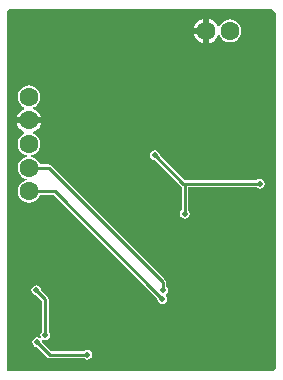
<source format=gbl>
G04 Layer_Physical_Order=2*
G04 Layer_Color=16711680*
%FSAX25Y25*%
%MOIN*%
G70*
G01*
G75*
%ADD25C,0.01000*%
%ADD26C,0.15000*%
%ADD27C,0.06300*%
%ADD28C,0.02000*%
G36*
X0419878Y0376535D02*
Y0257965D01*
X0419035Y0257121D01*
X0330465D01*
X0330121Y0257465D01*
Y0377035D01*
X0330965Y0377878D01*
X0418535D01*
X0419878Y0376535D01*
D02*
G37*
%LPC*%
G36*
X0379500Y0330631D02*
X0378876Y0330507D01*
X0378346Y0330153D01*
X0377993Y0329624D01*
X0377869Y0329000D01*
X0377993Y0328376D01*
X0378346Y0327847D01*
X0378876Y0327493D01*
X0379500Y0327369D01*
X0379538Y0327376D01*
X0388207Y0318707D01*
X0388207Y0318707D01*
X0388379Y0318592D01*
Y0310675D01*
X0388347Y0310653D01*
X0387993Y0310124D01*
X0387869Y0309500D01*
X0387993Y0308876D01*
X0388347Y0308347D01*
X0388876Y0307993D01*
X0389500Y0307869D01*
X0390124Y0307993D01*
X0390653Y0308347D01*
X0391007Y0308876D01*
X0391131Y0309500D01*
X0391007Y0310124D01*
X0390653Y0310653D01*
X0390621Y0310675D01*
Y0318378D01*
X0413325D01*
X0413346Y0318347D01*
X0413876Y0317993D01*
X0414500Y0317869D01*
X0415124Y0317993D01*
X0415654Y0318347D01*
X0416007Y0318876D01*
X0416131Y0319500D01*
X0416007Y0320124D01*
X0415654Y0320654D01*
X0415124Y0321007D01*
X0414500Y0321131D01*
X0413876Y0321007D01*
X0413346Y0320654D01*
X0413325Y0320621D01*
X0389465D01*
X0381124Y0328962D01*
X0381131Y0329000D01*
X0381007Y0329624D01*
X0380654Y0330153D01*
X0380124Y0330507D01*
X0379500Y0330631D01*
D02*
G37*
G36*
X0341554Y0339626D02*
X0337500D01*
X0333446D01*
X0333457Y0339543D01*
X0333875Y0338533D01*
X0334540Y0337666D01*
X0335407Y0337001D01*
X0336030Y0336743D01*
Y0336202D01*
X0335609Y0336028D01*
X0334825Y0335426D01*
X0334224Y0334643D01*
X0333846Y0333731D01*
X0333718Y0332752D01*
X0333846Y0331773D01*
X0334224Y0330861D01*
X0334825Y0330078D01*
X0335609Y0329476D01*
X0336521Y0329099D01*
X0336858Y0329054D01*
Y0328550D01*
X0336521Y0328505D01*
X0335609Y0328128D01*
X0334825Y0327526D01*
X0334224Y0326743D01*
X0333846Y0325831D01*
X0333718Y0324852D01*
X0333846Y0323873D01*
X0334224Y0322961D01*
X0334825Y0322178D01*
X0335609Y0321576D01*
X0336521Y0321199D01*
X0336858Y0321154D01*
Y0320650D01*
X0336521Y0320605D01*
X0335609Y0320228D01*
X0334825Y0319626D01*
X0334224Y0318843D01*
X0333846Y0317931D01*
X0333718Y0316952D01*
X0333846Y0315973D01*
X0334224Y0315061D01*
X0334825Y0314278D01*
X0335609Y0313676D01*
X0336521Y0313299D01*
X0337500Y0313170D01*
X0338479Y0313299D01*
X0339391Y0313676D01*
X0340175Y0314278D01*
X0340776Y0315061D01*
X0341094Y0315830D01*
X0345816D01*
X0380415Y0281231D01*
X0380369Y0281000D01*
X0380493Y0280376D01*
X0380847Y0279847D01*
X0381376Y0279493D01*
X0382000Y0279369D01*
X0382624Y0279493D01*
X0383154Y0279847D01*
X0383507Y0280376D01*
X0383631Y0281000D01*
X0383507Y0281624D01*
X0383154Y0282154D01*
X0383186Y0282733D01*
X0383355Y0282846D01*
X0383709Y0283376D01*
X0383833Y0284000D01*
X0383709Y0284624D01*
X0383355Y0285154D01*
X0383324Y0285175D01*
Y0286798D01*
X0383324Y0286798D01*
X0383238Y0287227D01*
X0382995Y0287591D01*
X0382995Y0287591D01*
X0344941Y0325645D01*
X0344577Y0325888D01*
X0344148Y0325974D01*
X0344148Y0325974D01*
X0341094D01*
X0340776Y0326743D01*
X0340175Y0327526D01*
X0339391Y0328128D01*
X0338479Y0328505D01*
X0338142Y0328550D01*
Y0329054D01*
X0338479Y0329099D01*
X0339391Y0329476D01*
X0340175Y0330078D01*
X0340776Y0330861D01*
X0341154Y0331773D01*
X0341282Y0332752D01*
X0341154Y0333731D01*
X0340776Y0334643D01*
X0340175Y0335426D01*
X0339391Y0336028D01*
X0338970Y0336202D01*
Y0336743D01*
X0339593Y0337001D01*
X0340460Y0337666D01*
X0341125Y0338533D01*
X0341543Y0339543D01*
X0341554Y0339626D01*
D02*
G37*
G36*
X0340000Y0285631D02*
X0339376Y0285507D01*
X0338846Y0285154D01*
X0338493Y0284624D01*
X0338369Y0284000D01*
X0338493Y0283376D01*
X0338846Y0282846D01*
X0339376Y0282493D01*
X0340000Y0282369D01*
X0340038Y0282376D01*
X0341879Y0280535D01*
Y0270175D01*
X0341846Y0270153D01*
X0341493Y0269624D01*
X0341369Y0269000D01*
X0341493Y0268376D01*
X0341517Y0268339D01*
X0341157Y0267978D01*
X0340899Y0268151D01*
X0340275Y0268275D01*
X0339651Y0268151D01*
X0339121Y0267797D01*
X0338768Y0267268D01*
X0338644Y0266643D01*
X0338768Y0266019D01*
X0339121Y0265490D01*
X0339651Y0265136D01*
X0340275Y0265012D01*
X0340313Y0265019D01*
X0343625Y0261707D01*
X0343625Y0261707D01*
X0343989Y0261464D01*
X0344418Y0261378D01*
X0344418Y0261379D01*
X0355825D01*
X0355847Y0261347D01*
X0356376Y0260993D01*
X0357000Y0260869D01*
X0357624Y0260993D01*
X0358154Y0261347D01*
X0358507Y0261876D01*
X0358631Y0262500D01*
X0358507Y0263124D01*
X0358154Y0263653D01*
X0357624Y0264007D01*
X0357000Y0264131D01*
X0356376Y0264007D01*
X0355847Y0263653D01*
X0355825Y0263621D01*
X0344883D01*
X0341899Y0266606D01*
X0341906Y0266643D01*
X0341782Y0267268D01*
X0341757Y0267305D01*
X0342118Y0267665D01*
X0342376Y0267493D01*
X0343000Y0267369D01*
X0343624Y0267493D01*
X0344153Y0267846D01*
X0344507Y0268376D01*
X0344631Y0269000D01*
X0344507Y0269624D01*
X0344153Y0270153D01*
X0344122Y0270175D01*
Y0281000D01*
X0344122Y0281000D01*
X0344036Y0281429D01*
X0343793Y0281793D01*
X0341624Y0283962D01*
X0341631Y0284000D01*
X0341507Y0284624D01*
X0341154Y0285154D01*
X0340624Y0285507D01*
X0340000Y0285631D01*
D02*
G37*
G36*
X0397626Y0374554D02*
Y0370500D01*
Y0366446D01*
X0397709Y0366457D01*
X0398719Y0366875D01*
X0399586Y0367540D01*
X0400251Y0368407D01*
X0400509Y0369030D01*
X0401050D01*
X0401224Y0368609D01*
X0401826Y0367826D01*
X0402609Y0367224D01*
X0403521Y0366846D01*
X0404500Y0366718D01*
X0405479Y0366846D01*
X0406391Y0367224D01*
X0407174Y0367826D01*
X0407776Y0368609D01*
X0408153Y0369521D01*
X0408282Y0370500D01*
X0408153Y0371479D01*
X0407776Y0372391D01*
X0407174Y0373175D01*
X0406391Y0373776D01*
X0405479Y0374153D01*
X0404500Y0374282D01*
X0403521Y0374153D01*
X0402609Y0373776D01*
X0401826Y0373175D01*
X0401224Y0372391D01*
X0401050Y0371970D01*
X0400509D01*
X0400251Y0372593D01*
X0399586Y0373460D01*
X0398719Y0374125D01*
X0397709Y0374543D01*
X0397626Y0374554D01*
D02*
G37*
G36*
X0395626D02*
X0395543Y0374543D01*
X0394533Y0374125D01*
X0393666Y0373460D01*
X0393001Y0372593D01*
X0392583Y0371583D01*
X0392572Y0371500D01*
X0395626D01*
Y0374554D01*
D02*
G37*
G36*
X0337500Y0352282D02*
X0336521Y0352153D01*
X0335609Y0351776D01*
X0334825Y0351174D01*
X0334224Y0350391D01*
X0333846Y0349479D01*
X0333718Y0348500D01*
X0333846Y0347521D01*
X0334224Y0346609D01*
X0334825Y0345826D01*
X0335609Y0345224D01*
X0336030Y0345050D01*
Y0344509D01*
X0335407Y0344251D01*
X0334540Y0343586D01*
X0333875Y0342719D01*
X0333457Y0341709D01*
X0333446Y0341626D01*
X0337500D01*
X0341554D01*
X0341543Y0341709D01*
X0341125Y0342719D01*
X0340460Y0343586D01*
X0339593Y0344251D01*
X0338970Y0344509D01*
Y0345050D01*
X0339391Y0345224D01*
X0340175Y0345826D01*
X0340776Y0346609D01*
X0341154Y0347521D01*
X0341282Y0348500D01*
X0341154Y0349479D01*
X0340776Y0350391D01*
X0340175Y0351174D01*
X0339391Y0351776D01*
X0338479Y0352153D01*
X0337500Y0352282D01*
D02*
G37*
G36*
X0395626Y0369500D02*
X0392572D01*
X0392583Y0369417D01*
X0393001Y0368407D01*
X0393666Y0367540D01*
X0394533Y0366875D01*
X0395543Y0366457D01*
X0395626Y0366446D01*
Y0369500D01*
D02*
G37*
%LPD*%
D25*
X0344148Y0324852D02*
X0382202Y0286798D01*
X0337500Y0316952D02*
X0346280D01*
X0337500Y0324852D02*
X0344148D01*
X0379500Y0329000D02*
X0389000Y0319500D01*
X0414500D01*
X0389500Y0309500D02*
Y0319000D01*
X0382000Y0281000D02*
Y0281500D01*
X0381600Y0281900D02*
X0382000Y0281500D01*
X0382202Y0284000D02*
Y0286798D01*
X0381332Y0281900D02*
X0381600D01*
X0346280Y0316952D02*
X0381332Y0281900D01*
X0344418Y0262500D02*
X0357000D01*
X0340275Y0266643D02*
X0344418Y0262500D01*
X0343000Y0269000D02*
Y0281000D01*
X0340000Y0284000D02*
X0343000Y0281000D01*
D26*
X0338000Y0370000D02*
D03*
X0411000Y0266000D02*
D03*
D27*
X0337500Y0348500D02*
D03*
Y0340626D02*
D03*
Y0332752D02*
D03*
Y0324852D02*
D03*
Y0316952D02*
D03*
X0404500Y0370500D02*
D03*
X0396626D02*
D03*
D28*
X0353000Y0364000D02*
D03*
X0357000D02*
D03*
X0361000D02*
D03*
X0365000D02*
D03*
X0369000D02*
D03*
X0373000D02*
D03*
X0377000D02*
D03*
Y0360000D02*
D03*
X0373000D02*
D03*
X0369000D02*
D03*
X0365000D02*
D03*
X0361000D02*
D03*
X0357000D02*
D03*
X0353000D02*
D03*
X0374000Y0262000D02*
D03*
X0378000D02*
D03*
X0382000D02*
D03*
X0386000D02*
D03*
X0390000D02*
D03*
X0394000D02*
D03*
X0398000D02*
D03*
X0374000Y0266000D02*
D03*
X0378000D02*
D03*
X0382000D02*
D03*
X0386000D02*
D03*
X0390000D02*
D03*
X0394000D02*
D03*
X0398000D02*
D03*
X0374000Y0270000D02*
D03*
X0378000D02*
D03*
X0382000D02*
D03*
X0386000D02*
D03*
X0390000D02*
D03*
X0394000D02*
D03*
X0398000D02*
D03*
Y0274000D02*
D03*
X0394000D02*
D03*
X0390000D02*
D03*
X0386000D02*
D03*
X0382000D02*
D03*
X0378000D02*
D03*
X0374000D02*
D03*
X0354000Y0329366D02*
D03*
X0344500Y0331000D02*
D03*
Y0334500D02*
D03*
Y0338000D02*
D03*
Y0341500D02*
D03*
X0391500Y0371000D02*
D03*
X0397000Y0362000D02*
D03*
X0391500D02*
D03*
Y0366500D02*
D03*
X0385500Y0361500D02*
D03*
X0389988Y0351000D02*
D03*
X0383012D02*
D03*
X0394500Y0309500D02*
D03*
X0414500D02*
D03*
X0409500Y0314500D02*
D03*
X0404500Y0324500D02*
D03*
X0414500D02*
D03*
X0409500D02*
D03*
X0404500Y0314500D02*
D03*
X0399500D02*
D03*
Y0324500D02*
D03*
X0394500D02*
D03*
Y0314500D02*
D03*
X0389500Y0324500D02*
D03*
X0384500Y0334500D02*
D03*
Y0339500D02*
D03*
X0389500D02*
D03*
Y0334500D02*
D03*
Y0329500D02*
D03*
X0384500D02*
D03*
Y0319500D02*
D03*
Y0314500D02*
D03*
X0384000Y0309500D02*
D03*
X0379500D02*
D03*
Y0314500D02*
D03*
Y0319500D02*
D03*
Y0324500D02*
D03*
X0374500D02*
D03*
Y0319500D02*
D03*
Y0314500D02*
D03*
Y0309500D02*
D03*
X0369500D02*
D03*
X0364500D02*
D03*
Y0314500D02*
D03*
X0369500D02*
D03*
Y0319500D02*
D03*
X0364500D02*
D03*
Y0324500D02*
D03*
X0369500D02*
D03*
Y0329500D02*
D03*
X0364500D02*
D03*
X0402760Y0281661D02*
D03*
X0336992Y0261000D02*
D03*
X0346000Y0274500D02*
D03*
Y0277000D02*
D03*
X0349500Y0265500D02*
D03*
X0347500D02*
D03*
X0349500Y0268000D02*
D03*
X0347500D02*
D03*
X0414500Y0319500D02*
D03*
X0379500Y0329000D02*
D03*
X0389500Y0309500D02*
D03*
X0382000Y0281000D02*
D03*
X0382202Y0284000D02*
D03*
X0357000Y0262500D02*
D03*
X0340275Y0266643D02*
D03*
X0343000Y0269000D02*
D03*
X0340000Y0284000D02*
D03*
M02*

</source>
